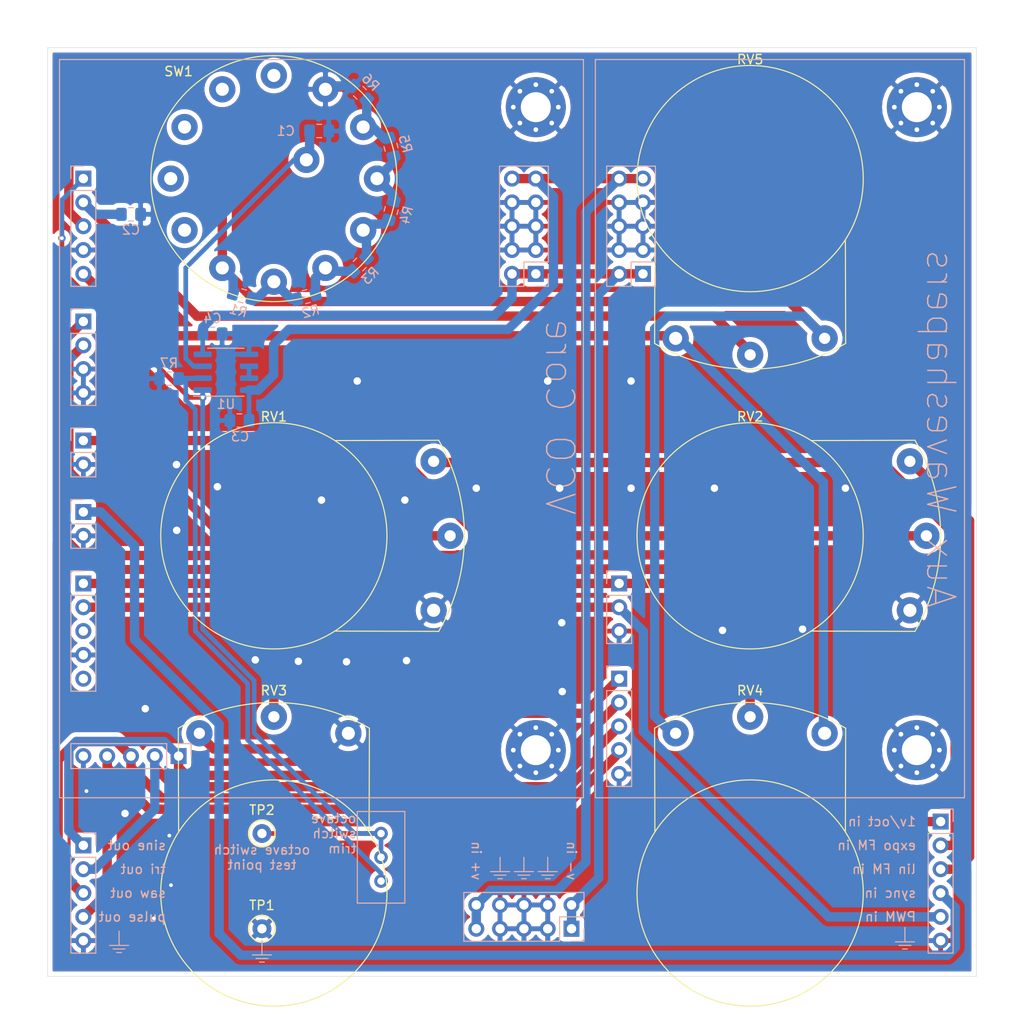
<source format=kicad_pcb>
(kicad_pcb (version 20171130) (host pcbnew 5.1.6-c6e7f7d~87~ubuntu18.04.1)
  (title_block (title "Oscillator Carrier Board") (date 2020-02-02) (rev 1) (comment 1 creativecommons.org/licenses/by/4.0/) (comment 2 "License: CC by 4.0") (comment 3 "Author: Jordan Aceto"))
  (layers (0 F.Cu signal) (31 B.Cu signal) (34 B.Paste user hide) (35 F.Paste user hide) (36 B.SilkS user) (37 F.SilkS user) (38 B.Mask user hide) (39 F.Mask user hide) (44 Edge.Cuts user))
  (net 0 "")
  (net 1 GND)
  (net 2 "Net-(J7-Pad2)")
  (net 3 /VCO_core_components/PWM_in)
  (net 4 /VCO_core_components/sync_in)
  (net 5 /VCO_core_components/lin_FM_in)
  (net 6 /VCO_core_components/expo_FM_in)
  (net 7 /VCO_core_components/1v_oct_in)
  (net 8 /aux_waveshaper_components/pulse_in)
  (net 9 /aux_waveshaper_components/saw_in)
  (net 10 /aux_waveshaper_components/tri_in)
  (net 11 /aux_waveshaper_components/sine_in)
  (net 12 "Net-(J4-Pad2)")
  (net 13 "Net-(J5-Pad1)")
  (net 14 -5V)
  (net 15 +5V)
  (net 16 /aux_waveshaper_components/man_pulse_in)
  (net 17 "Net-(C2-Pad1)")
  (net 18 "Net-(C1-Pad1)")
  (net 19 "Net-(R1-Pad1)")
  (net 20 "Net-(R2-Pad1)")
  (net 21 "Net-(R3-Pad1)")
  (net 22 "Net-(R4-Pad1)")
  (net 23 "Net-(R5-Pad1)")
  (net 24 "Net-(SW1-Pad12)")
  (net 25 "Net-(SW1-Pad11)")
  (net 26 "Net-(SW1-Pad10)")
  (net 27 "Net-(SW1-Pad9)")
  (net 28 "Net-(SW1-Pad8)")
  (net 29 "Net-(U1-Pad6)")
  (net 30 +12V)
  (net 31 -12V)
  (net 32 "Net-(J10-Pad1)")
  (net 33 "Net-(R7-Pad1)")
  (module TestPoint:TestPoint_Keystone_5000-5004_Miniature (layer F.Cu) (at 124.46 134.62)
    (fp_text reference TP2 (at 0 -2.5) (layer F.SilkS))
    (fp_text value TestPoint)
    (pad 1 thru_hole circle (at 0 0) (size 2 2) (drill 1) (layers *.Cu *.Mask) (net 32 "Net-(J10-Pad1)"))
  )
  (module TestPoint:TestPoint_Keystone_5000-5004_Miniature (layer F.Cu) (at 124.46 144.78)
    (fp_text reference TP1 (at 0 -2.5) (layer F.SilkS))
    (fp_text value TestPoint)
    (pad 1 thru_hole circle (at 0 0) (size 2 2) (drill 1) (layers *.Cu *.Mask) (net 1 GND))
  )
  (module kicad_docs:alpha_RV24AF-40 (layer F.Cu) (at 176.53 64.77)
    (fp_text reference RV5 (at 0 -12.7) (layer F.SilkS))
    (fp_text value 100k)
    (pad 1 thru_hole circle (at -7.945223 17.03859) (size 2.8 2.8) (drill 1.4) (layers *.Cu *.Mask) (net 14 -5V))
    (pad 2 thru_hole circle (at 0 18.8) (size 2.8 2.8) (drill 1.2) (layers *.Cu *.Mask) (net 17 "Net-(C2-Pad1)"))
    (pad 3 thru_hole circle (at 7.945223 17.03859) (size 2.8 2.8) (drill 1.2) (layers *.Cu *.Mask) (net 15 +5V))
  )
  (module kicad_docs:alpha_RV24AF-40 (layer F.Cu) (at 176.53 140.97 180)
    (fp_text reference RV4 (at 0 21.59) (layer F.SilkS))
    (fp_text value 100k)
    (pad 1 thru_hole circle (at -7.945223 17.03859 180) (size 2.8 2.8) (drill 1.4) (layers *.Cu *.Mask) (net 14 -5V))
    (pad 2 thru_hole circle (at 0 18.8 180) (size 2.8 2.8) (drill 1.2) (layers *.Cu *.Mask) (net 16 /aux_waveshaper_components/man_pulse_in))
    (pad 3 thru_hole circle (at 7.945223 17.03859 180) (size 2.8 2.8) (drill 1.2) (layers *.Cu *.Mask) (net 15 +5V))
  )
  (module kicad_docs:alpha_RV24AF-40 (layer F.Cu) (at 125.73 140.97 180)
    (fp_text reference RV3 (at 0 21.59) (layer F.SilkS))
    (fp_text value 100k)
    (pad 1 thru_hole circle (at -7.945223 17.03859 180) (size 2.8 2.8) (drill 1.4) (layers *.Cu *.Mask) (net 1 GND))
    (pad 2 thru_hole circle (at 0 18.8 180) (size 2.8 2.8) (drill 1.2) (layers *.Cu *.Mask) (net 2 "Net-(J7-Pad2)"))
    (pad 3 thru_hole circle (at 7.945223 17.03859 180) (size 2.8 2.8) (drill 1.2) (layers *.Cu *.Mask) (net 3 /VCO_core_components/PWM_in))
  )
  (module kicad_docs:alpha_RV24AF-40 (layer F.Cu) (at 176.53 102.87 90)
    (fp_text reference RV2 (at 12.7 0 180) (layer F.SilkS))
    (fp_text value 100k)
    (pad 1 thru_hole circle (at -7.945223 17.03859 90) (size 2.8 2.8) (drill 1.4) (layers *.Cu *.Mask) (net 1 GND))
    (pad 2 thru_hole circle (at 0 18.8 90) (size 2.8 2.8) (drill 1.2) (layers *.Cu *.Mask) (net 13 "Net-(J5-Pad1)"))
    (pad 3 thru_hole circle (at 7.945223 17.03859 90) (size 2.8 2.8) (drill 1.2) (layers *.Cu *.Mask) (net 5 /VCO_core_components/lin_FM_in))
  )
  (module kicad_docs:alpha_RV24AF-40 (layer F.Cu) (at 125.73 102.87 90)
    (fp_text reference RV1 (at 12.7 0 180) (layer F.SilkS))
    (fp_text value 100k)
    (pad 1 thru_hole circle (at -7.945223 17.03859 90) (size 2.8 2.8) (drill 1.4) (layers *.Cu *.Mask) (net 1 GND))
    (pad 2 thru_hole circle (at 0 18.8 90) (size 2.8 2.8) (drill 1.2) (layers *.Cu *.Mask) (net 12 "Net-(J4-Pad2)"))
    (pad 3 thru_hole circle (at 7.945223 17.03859 90) (size 2.8 2.8) (drill 1.2) (layers *.Cu *.Mask) (net 6 /VCO_core_components/expo_FM_in))
  )
  (module Package_SO:SOIC-8_3.9x4.9mm_P1.27mm (layer B.Cu) (at 120.6134 85.4202)
    (fp_text reference U1 (at 0 3.4) (layer B.SilkS) (effects (justify mirror)))
    (fp_text value TL072)
    (pad 8 smd roundrect (at 2.475 1.905) (size 1.95 0.6) (layers B.Cu B.Paste B.Mask) (net 30 +12V))
    (pad 7 smd roundrect (at 2.475 0.635) (size 1.95 0.6) (layers B.Cu B.Paste B.Mask) (net 29 "Net-(U1-Pad6)"))
    (pad 6 smd roundrect (at 2.475 -0.635) (size 1.95 0.6) (layers B.Cu B.Paste B.Mask) (net 29 "Net-(U1-Pad6)"))
    (pad 5 smd roundrect (at 2.475 -1.905) (size 1.95 0.6) (layers B.Cu B.Paste B.Mask) (net 1 GND))
    (pad 4 smd roundrect (at -2.475 -1.905) (size 1.95 0.6) (layers B.Cu B.Paste B.Mask) (net 31 -12V))
    (pad 3 smd roundrect (at -2.475 -0.635) (size 1.95 0.6) (layers B.Cu B.Paste B.Mask) (net 18 "Net-(C1-Pad1)"))
    (pad 2 smd roundrect (at -2.475 0.635) (size 1.95 0.6) (layers B.Cu B.Paste B.Mask) (net 33 "Net-(R7-Pad1)"))
    (pad 1 smd roundrect (at -2.475 1.905) (size 1.95 0.6) (layers B.Cu B.Paste B.Mask) (net 32 "Net-(J10-Pad1)"))
  )
  (module Capacitor_SMD:C_0805_2012Metric_Pad1.15x1.40mm_HandSolder (layer B.Cu) (at 119.1858 81.3308 180)
    (fp_text reference C4 (at 0 1.65) (layer B.SilkS) (effects (justify mirror)))
    (fp_text value 100nF)
    (pad 2 smd roundrect (at 1.025 0 180) (size 1.15 1.4) (layers B.Cu B.Paste B.Mask) (roundrect_rratio 0.217391) (net 31 -12V))
    (pad 1 smd roundrect (at -1.025 0 180) (size 1.15 1.4) (layers B.Cu B.Paste B.Mask) (roundrect_rratio 0.217391) (net 1 GND))
  )
  (module Capacitor_SMD:C_0805_2012Metric_Pad1.15x1.40mm_HandSolder (layer B.Cu) (at 122.0634 90.5764 180)
    (fp_text reference C3 (at -0.0635 -1.7145) (layer B.SilkS) (effects (justify mirror)))
    (fp_text value 100nF)
    (pad 2 smd roundrect (at 1.025 0 180) (size 1.15 1.4) (layers B.Cu B.Paste B.Mask) (roundrect_rratio 0.217391) (net 1 GND))
    (pad 1 smd roundrect (at -1.025 0 180) (size 1.15 1.4) (layers B.Cu B.Paste B.Mask) (roundrect_rratio 0.217391) (net 30 +12V))
  )
  (module Connector_PinHeader_2.54mm:PinHeader_1x06_P2.54mm_Vertical (layer B.Cu) (at 196.85 133.35 180)
    (fp_text reference J1)
    (fp_text value Conn_01x06)
    (pad 6 thru_hole oval (at 0 -12.7 180) (size 1.7 1.7) (drill 1) (layers *.Cu *.Mask) (net 1 GND))
    (pad 5 thru_hole oval (at 0 -10.16 180) (size 1.7 1.7) (drill 1) (layers *.Cu *.Mask) (net 3 /VCO_core_components/PWM_in))
    (pad 4 thru_hole oval (at 0 -7.62 180) (size 1.7 1.7) (drill 1) (layers *.Cu *.Mask) (net 4 /VCO_core_components/sync_in))
    (pad 3 thru_hole oval (at 0 -5.08 180) (size 1.7 1.7) (drill 1) (layers *.Cu *.Mask) (net 5 /VCO_core_components/lin_FM_in))
    (pad 2 thru_hole oval (at 0 -2.54 180) (size 1.7 1.7) (drill 1) (layers *.Cu *.Mask) (net 6 /VCO_core_components/expo_FM_in))
    (pad 1 thru_hole rect (at 0 0 180) (size 1.7 1.7) (drill 1) (layers *.Cu *.Mask) (net 7 /VCO_core_components/1v_oct_in))
  )
  (module kicad_docs:apha_SR2612F-0112 (layer F.Cu) (at 125.73 64.77)
    (fp_text reference SW1 (at -10.16 -11.43) (layer F.SilkS))
    (fp_text value octave_switch)
    (pad 13 thru_hole oval (at 3.464102 -2) (size 2.8 2.8) (drill 1.4) (layers *.Cu *.Mask) (net 18 "Net-(C1-Pad1)"))
    (pad 12 thru_hole oval (at 0 -11) (size 2.8 2.8) (drill 1.4) (layers *.Cu *.Mask) (net 24 "Net-(SW1-Pad12)"))
    (pad 11 thru_hole oval (at -5.5 -9.526279) (size 2.8 2.8) (drill 1.4) (layers *.Cu *.Mask) (net 25 "Net-(SW1-Pad11)"))
    (pad 10 thru_hole oval (at -9.526279 -5.5) (size 2.8 2.8) (drill 1.4) (layers *.Cu *.Mask) (net 26 "Net-(SW1-Pad10)"))
    (pad 9 thru_hole oval (at -11 0) (size 2.8 2.8) (drill 1.4) (layers *.Cu *.Mask) (net 27 "Net-(SW1-Pad9)"))
    (pad 8 thru_hole oval (at -9.526279 5.5) (size 2.8 2.8) (drill 1.4) (layers *.Cu *.Mask) (net 28 "Net-(SW1-Pad8)"))
    (pad 7 thru_hole oval (at -5.5 9.526279) (size 2.8 2.8) (drill 1.4) (layers *.Cu *.Mask) (net 15 +5V))
    (pad 6 thru_hole oval (at 0 11) (size 2.8 2.8) (drill 1.4) (layers *.Cu *.Mask) (net 19 "Net-(R1-Pad1)"))
    (pad 5 thru_hole oval (at 5.499999 9.526279) (size 2.8 2.8) (drill 1.4) (layers *.Cu *.Mask) (net 20 "Net-(R2-Pad1)"))
    (pad 4 thru_hole oval (at 9.526279 5.499999) (size 2.8 2.8) (drill 1.4) (layers *.Cu *.Mask) (net 21 "Net-(R3-Pad1)"))
    (pad 3 thru_hole oval (at 11 0) (size 2.8 2.8) (drill 1.4) (layers *.Cu *.Mask) (net 22 "Net-(R4-Pad1)"))
    (pad 2 thru_hole oval (at 9.526279 -5.5) (size 2.8 2.8) (drill 1.4) (layers *.Cu *.Mask) (net 23 "Net-(R5-Pad1)"))
    (pad 1 thru_hole oval (at 5.499999 -9.526279) (size 2.8 2.8) (drill 1.4) (layers *.Cu *.Mask) (net 1 GND))
  )
  (module Resistor_SMD:R_0805_2012Metric_Pad1.15x1.40mm_HandSolder (layer B.Cu) (at 114.545 86.106 180)
    (fp_text reference R7 (at 0 1.65) (layer B.SilkS) (effects (justify mirror)))
    (fp_text value 68k)
    (pad 2 smd roundrect (at 1.025 0 180) (size 1.15 1.4) (layers B.Cu B.Paste B.Mask) (roundrect_rratio 0.217391) (net 1 GND))
    (pad 1 smd roundrect (at -1.025 0 180) (size 1.15 1.4) (layers B.Cu B.Paste B.Mask) (roundrect_rratio 0.217391) (net 33 "Net-(R7-Pad1)"))
  )
  (module Resistor_SMD:R_0805_2012Metric_Pad1.15x1.40mm_HandSolder (layer B.Cu) (at 134.911216 55.612416 315)
    (fp_text reference R6 (at 0.019211 -1.580525 315) (layer B.SilkS) (effects (justify mirror)))
    (fp_text value 1k)
    (pad 2 smd roundrect (at 1.025 0 315) (size 1.15 1.4) (layers B.Cu B.Paste B.Mask) (roundrect_rratio 0.217391) (net 23 "Net-(R5-Pad1)"))
    (pad 1 smd roundrect (at -1.025 0 315) (size 1.15 1.4) (layers B.Cu B.Paste B.Mask) (roundrect_rratio 0.217391) (net 1 GND))
  )
  (module Resistor_SMD:R_0805_2012Metric_Pad1.15x1.40mm_HandSolder (layer B.Cu) (at 138.2268 61.4172 285)
    (fp_text reference R5 (at 0.050957 -1.564107 105) (layer B.SilkS) (effects (justify mirror)))
    (fp_text value 1k)
    (pad 2 smd roundrect (at 1.025 0 285) (size 1.15 1.4) (layers B.Cu B.Paste B.Mask) (roundrect_rratio 0.217391) (net 22 "Net-(R4-Pad1)"))
    (pad 1 smd roundrect (at -1.025 0 285) (size 1.15 1.4) (layers B.Cu B.Paste B.Mask) (roundrect_rratio 0.217391) (net 23 "Net-(R5-Pad1)"))
  )
  (module Resistor_SMD:R_0805_2012Metric_Pad1.15x1.40mm_HandSolder (layer B.Cu) (at 138.23809 68.174126 255)
    (fp_text reference R4 (at 0.04126 -1.708608 75) (layer B.SilkS) (effects (justify mirror)))
    (fp_text value 1k)
    (pad 2 smd roundrect (at 1.025 0 255) (size 1.15 1.4) (layers B.Cu B.Paste B.Mask) (roundrect_rratio 0.217391) (net 21 "Net-(R3-Pad1)"))
    (pad 1 smd roundrect (at -1.025 0 255) (size 1.15 1.4) (layers B.Cu B.Paste B.Mask) (roundrect_rratio 0.217391) (net 22 "Net-(R4-Pad1)"))
  )
  (module Resistor_SMD:R_0805_2012Metric_Pad1.15x1.40mm_HandSolder (layer B.Cu) (at 134.887584 73.925816 225)
    (fp_text reference R3 (at 0.055132 -1.652367 45) (layer B.SilkS) (effects (justify mirror)))
    (fp_text value 1k)
    (pad 2 smd roundrect (at 1.025 0 225) (size 1.15 1.4) (layers B.Cu B.Paste B.Mask) (roundrect_rratio 0.217391) (net 20 "Net-(R2-Pad1)"))
    (pad 1 smd roundrect (at -1.025 0 225) (size 1.15 1.4) (layers B.Cu B.Paste B.Mask) (roundrect_rratio 0.217391) (net 21 "Net-(R3-Pad1)"))
  )
  (module Resistor_SMD:R_0805_2012Metric_Pad1.15x1.40mm_HandSolder (layer B.Cu) (at 129.183874 77.35711 195)
    (fp_text reference R2 (at -0.031619 -1.650514 15) (layer B.SilkS) (effects (justify mirror)))
    (fp_text value 1k)
    (pad 2 smd roundrect (at 1.025 0 195) (size 1.15 1.4) (layers B.Cu B.Paste B.Mask) (roundrect_rratio 0.217391) (net 19 "Net-(R1-Pad1)"))
    (pad 1 smd roundrect (at -1.025 0 195) (size 1.15 1.4) (layers B.Cu B.Paste B.Mask) (roundrect_rratio 0.217391) (net 20 "Net-(R2-Pad1)"))
  )
  (module Resistor_SMD:R_0805_2012Metric_Pad1.15x1.40mm_HandSolder (layer B.Cu) (at 122.377726 77.28091 165)
    (fp_text reference R1 (at 0.009613 -1.637587 165) (layer B.SilkS) (effects (justify mirror)))
    (fp_text value 1k)
    (pad 2 smd roundrect (at 1.025 0 165) (size 1.15 1.4) (layers B.Cu B.Paste B.Mask) (roundrect_rratio 0.217391) (net 15 +5V))
    (pad 1 smd roundrect (at -1.025 0 165) (size 1.15 1.4) (layers B.Cu B.Paste B.Mask) (roundrect_rratio 0.217391) (net 19 "Net-(R1-Pad1)"))
  )
  (module Capacitor_SMD:C_0805_2012Metric_Pad1.15x1.40mm_HandSolder (layer B.Cu) (at 110.49 68.58)
    (fp_text reference C2 (at 0 1.65) (layer B.SilkS) (effects (justify mirror)))
    (fp_text value 100nF)
    (pad 2 smd roundrect (at 1.025 0) (size 1.15 1.4) (layers B.Cu B.Paste B.Mask) (roundrect_rratio 0.217391) (net 1 GND))
    (pad 1 smd roundrect (at -1.025 0) (size 1.15 1.4) (layers B.Cu B.Paste B.Mask) (roundrect_rratio 0.217391) (net 17 "Net-(C2-Pad1)"))
  )
  (module Capacitor_SMD:C_0805_2012Metric_Pad1.15x1.40mm_HandSolder (layer B.Cu) (at 130.565 59.69)
    (fp_text reference C1 (at -3.565 0) (layer B.SilkS) (effects (justify mirror)))
    (fp_text value 100nF)
    (pad 2 smd roundrect (at 1.025 0) (size 1.15 1.4) (layers B.Cu B.Paste B.Mask) (roundrect_rratio 0.217391) (net 1 GND))
    (pad 1 smd roundrect (at -1.025 0) (size 1.15 1.4) (layers B.Cu B.Paste B.Mask) (roundrect_rratio 0.217391) (net 18 "Net-(C1-Pad1)"))
  )
  (module MountingHole:MountingHole_3.2mm_M3_Pad_Via (layer F.Cu) (at 194.31 125.73)
    (fp_text reference H4)
    (fp_text value MountingHole_Pad)
    (pad 1 thru_hole circle (at 1.697056 -1.697056) (size 0.8 0.8) (drill 0.5) (layers *.Cu *.Mask) (net 1 GND))
    (pad 1 thru_hole circle (at 0 -2.4) (size 0.8 0.8) (drill 0.5) (layers *.Cu *.Mask) (net 1 GND))
    (pad 1 thru_hole circle (at -1.697056 -1.697056) (size 0.8 0.8) (drill 0.5) (layers *.Cu *.Mask) (net 1 GND))
    (pad 1 thru_hole circle (at -2.4 0) (size 0.8 0.8) (drill 0.5) (layers *.Cu *.Mask) (net 1 GND))
    (pad 1 thru_hole circle (at -1.697056 1.697056) (size 0.8 0.8) (drill 0.5) (layers *.Cu *.Mask) (net 1 GND))
    (pad 1 thru_hole circle (at 0 2.4) (size 0.8 0.8) (drill 0.5) (layers *.Cu *.Mask) (net 1 GND))
    (pad 1 thru_hole circle (at 1.697056 1.697056) (size 0.8 0.8) (drill 0.5) (layers *.Cu *.Mask) (net 1 GND))
    (pad 1 thru_hole circle (at 2.4 0) (size 0.8 0.8) (drill 0.5) (layers *.Cu *.Mask) (net 1 GND))
    (pad 1 thru_hole circle (at 0 0) (size 6.4 6.4) (drill 3.2) (layers *.Cu *.Mask) (net 1 GND))
  )
  (module MountingHole:MountingHole_3.2mm_M3_Pad_Via (layer F.Cu) (at 194.31 57.15)
    (fp_text reference H3)
    (fp_text value MountingHole_Pad)
    (pad 1 thru_hole circle (at 1.697056 -1.697056) (size 0.8 0.8) (drill 0.5) (layers *.Cu *.Mask) (net 1 GND))
    (pad 1 thru_hole circle (at 0 -2.4) (size 0.8 0.8) (drill 0.5) (layers *.Cu *.Mask) (net 1 GND))
    (pad 1 thru_hole circle (at -1.697056 -1.697056) (size 0.8 0.8) (drill 0.5) (layers *.Cu *.Mask) (net 1 GND))
    (pad 1 thru_hole circle (at -2.4 0) (size 0.8 0.8) (drill 0.5) (layers *.Cu *.Mask) (net 1 GND))
    (pad 1 thru_hole circle (at -1.697056 1.697056) (size 0.8 0.8) (drill 0.5) (layers *.Cu *.Mask) (net 1 GND))
    (pad 1 thru_hole circle (at 0 2.4) (size 0.8 0.8) (drill 0.5) (layers *.Cu *.Mask) (net 1 GND))
    (pad 1 thru_hole circle (at 1.697056 1.697056) (size 0.8 0.8) (drill 0.5) (layers *.Cu *.Mask) (net 1 GND))
    (pad 1 thru_hole circle (at 2.4 0) (size 0.8 0.8) (drill 0.5) (layers *.Cu *.Mask) (net 1 GND))
    (pad 1 thru_hole circle (at 0 0) (size 6.4 6.4) (drill 3.2) (layers *.Cu *.Mask) (net 1 GND))
  )
  (module Connector_PinSocket_2.54mm:PinSocket_2x05_P2.54mm_Vertical (layer B.Cu) (at 165.1 74.93)
    (fp_text reference J13)
    (fp_text value power_header)
    (pad 10 thru_hole oval (at -2.54 -10.16) (size 1.7 1.7) (drill 1) (layers *.Cu *.Mask) (net 30 +12V))
    (pad 9 thru_hole oval (at 0 -10.16) (size 1.7 1.7) (drill 1) (layers *.Cu *.Mask) (net 30 +12V))
    (pad 8 thru_hole oval (at -2.54 -7.62) (size 1.7 1.7) (drill 1) (layers *.Cu *.Mask) (net 1 GND))
    (pad 7 thru_hole oval (at 0 -7.62) (size 1.7 1.7) (drill 1) (layers *.Cu *.Mask) (net 1 GND))
    (pad 6 thru_hole oval (at -2.54 -5.08) (size 1.7 1.7) (drill 1) (layers *.Cu *.Mask) (net 1 GND))
    (pad 5 thru_hole oval (at 0 -5.08) (size 1.7 1.7) (drill 1) (layers *.Cu *.Mask) (net 1 GND))
    (pad 4 thru_hole oval (at -2.54 -2.54) (size 1.7 1.7) (drill 1) (layers *.Cu *.Mask) (net 1 GND))
    (pad 3 thru_hole oval (at 0 -2.54) (size 1.7 1.7) (drill 1) (layers *.Cu *.Mask) (net 1 GND))
    (pad 2 thru_hole oval (at -2.54 0) (size 1.7 1.7) (drill 1) (layers *.Cu *.Mask) (net 31 -12V))
    (pad 1 thru_hole rect (at 0 0) (size 1.7 1.7) (drill 1) (layers *.Cu *.Mask) (net 31 -12V))
  )
  (module Connector_PinSocket_2.54mm:PinSocket_1x03_P2.54mm_Vertical (layer B.Cu) (at 162.56 107.95 180)
    (fp_text reference J12)
    (fp_text value Conn_01x03)
    (pad 3 thru_hole oval (at 0 -5.08 180) (size 1.7 1.7) (drill 1) (layers *.Cu *.Mask) (net 1 GND))
    (pad 2 thru_hole oval (at 0 -2.54 180) (size 1.7 1.7) (drill 1) (layers *.Cu *.Mask) (net 3 /VCO_core_components/PWM_in))
    (pad 1 thru_hole rect (at 0 0 180) (size 1.7 1.7) (drill 1) (layers *.Cu *.Mask) (net 16 /aux_waveshaper_components/man_pulse_in))
  )
  (module Connector_PinSocket_2.54mm:PinSocket_1x05_P2.54mm_Vertical (layer B.Cu) (at 162.56 118.11 180)
    (fp_text reference J11)
    (fp_text value Conn_01x05)
    (pad 5 thru_hole oval (at 0 -10.16 180) (size 1.7 1.7) (drill 1) (layers *.Cu *.Mask) (net 1 GND))
    (pad 4 thru_hole oval (at 0 -7.62 180) (size 1.7 1.7) (drill 1) (layers *.Cu *.Mask) (net 8 /aux_waveshaper_components/pulse_in))
    (pad 3 thru_hole oval (at 0 -5.08 180) (size 1.7 1.7) (drill 1) (layers *.Cu *.Mask) (net 9 /aux_waveshaper_components/saw_in))
    (pad 2 thru_hole oval (at 0 -2.54 180) (size 1.7 1.7) (drill 1) (layers *.Cu *.Mask) (net 10 /aux_waveshaper_components/tri_in))
    (pad 1 thru_hole rect (at 0 0 180) (size 1.7 1.7) (drill 1) (layers *.Cu *.Mask) (net 11 /aux_waveshaper_components/sine_in))
  )
  (module Connector_PinHeader_2.54mm:PinHeader_2x05_P2.54mm_Vertical (layer B.Cu) (at 157.48 144.78 90)
    (fp_text reference J3)
    (fp_text value power_header)
    (pad 10 thru_hole oval (at 2.54 -10.16 90) (size 1.7 1.7) (drill 1) (layers *.Cu *.Mask) (net 30 +12V))
    (pad 9 thru_hole oval (at 0 -10.16 90) (size 1.7 1.7) (drill 1) (layers *.Cu *.Mask) (net 30 +12V))
    (pad 8 thru_hole oval (at 2.54 -7.62 90) (size 1.7 1.7) (drill 1) (layers *.Cu *.Mask) (net 1 GND))
    (pad 7 thru_hole oval (at 0 -7.62 90) (size 1.7 1.7) (drill 1) (layers *.Cu *.Mask) (net 1 GND))
    (pad 6 thru_hole oval (at 2.54 -5.08 90) (size 1.7 1.7) (drill 1) (layers *.Cu *.Mask) (net 1 GND))
    (pad 5 thru_hole oval (at 0 -5.08 90) (size 1.7 1.7) (drill 1) (layers *.Cu *.Mask) (net 1 GND))
    (pad 4 thru_hole oval (at 2.54 -2.54 90) (size 1.7 1.7) (drill 1) (layers *.Cu *.Mask) (net 1 GND))
    (pad 3 thru_hole oval (at 0 -2.54 90) (size 1.7 1.7) (drill 1) (layers *.Cu *.Mask) (net 1 GND))
    (pad 2 thru_hole oval (at 2.54 0 90) (size 1.7 1.7) (drill 1) (layers *.Cu *.Mask) (net 31 -12V))
    (pad 1 thru_hole rect (at 0 0 90) (size 1.7 1.7) (drill 1) (layers *.Cu *.Mask) (net 31 -12V))
  )
  (module Connector_PinHeader_2.54mm:PinHeader_1x05_P2.54mm_Vertical (layer B.Cu) (at 105.41 135.89 180)
    (fp_text reference J2)
    (fp_text value Conn_01x05)
    (pad 5 thru_hole oval (at 0 -10.16 180) (size 1.7 1.7) (drill 1) (layers *.Cu *.Mask) (net 1 GND))
    (pad 4 thru_hole oval (at 0 -7.62 180) (size 1.7 1.7) (drill 1) (layers *.Cu *.Mask) (net 8 /aux_waveshaper_components/pulse_in))
    (pad 3 thru_hole oval (at 0 -5.08 180) (size 1.7 1.7) (drill 1) (layers *.Cu *.Mask) (net 9 /aux_waveshaper_components/saw_in))
    (pad 2 thru_hole oval (at 0 -2.54 180) (size 1.7 1.7) (drill 1) (layers *.Cu *.Mask) (net 10 /aux_waveshaper_components/tri_in))
    (pad 1 thru_hole rect (at 0 0 180) (size 1.7 1.7) (drill 1) (layers *.Cu *.Mask) (net 11 /aux_waveshaper_components/sine_in))
  )
  (module MountingHole:MountingHole_3.2mm_M3_Pad_Via (layer F.Cu) (at 153.67 125.73)
    (fp_text reference H2)
    (fp_text value MountingHole_Pad)
    (pad 1 thru_hole circle (at 1.697056 -1.697056) (size 0.8 0.8) (drill 0.5) (layers *.Cu *.Mask) (net 1 GND))
    (pad 1 thru_hole circle (at 0 -2.4) (size 0.8 0.8) (drill 0.5) (layers *.Cu *.Mask) (net 1 GND))
    (pad 1 thru_hole circle (at -1.697056 -1.697056) (size 0.8 0.8) (drill 0.5) (layers *.Cu *.Mask) (net 1 GND))
    (pad 1 thru_hole circle (at -2.4 0) (size 0.8 0.8) (drill 0.5) (layers *.Cu *.Mask) (net 1 GND))
    (pad 1 thru_hole circle (at -1.697056 1.697056) (size 0.8 0.8) (drill 0.5) (layers *.Cu *.Mask) (net 1 GND))
    (pad 1 thru_hole circle (at 0 2.4) (size 0.8 0.8) (drill 0.5) (layers *.Cu *.Mask) (net 1 GND))
    (pad 1 thru_hole circle (at 1.697056 1.697056) (size 0.8 0.8) (drill 0.5) (layers *.Cu *.Mask) (net 1 GND))
    (pad 1 thru_hole circle (at 2.4 0) (size 0.8 0.8) (drill 0.5) (layers *.Cu *.Mask) (net 1 GND))
    (pad 1 thru_hole circle (at 0 0) (size 6.4 6.4) (drill 3.2) (layers *.Cu *.Mask) (net 1 GND))
  )
  (module MountingHole:MountingHole_3.2mm_M3_Pad_Via (layer F.Cu) (at 153.67 57.15)
    (fp_text reference H1)
    (fp_text value MountingHole_Pad)
    (pad 1 thru_hole circle (at 1.697056 -1.697056) (size 0.8 0.8) (drill 0.5) (layers *.Cu *.Mask) (net 1 GND))
    (pad 1 thru_hole circle (at 0 -2.4) (size 0.8 0.8) (drill 0.5) (layers *.Cu *.Mask) (net 1 GND))
    (pad 1 thru_hole circle (at -1.697056 -1.697056) (size 0.8 0.8) (drill 0.5) (layers *.Cu *.Mask) (net 1 GND))
    (pad 1 thru_hole circle (at -2.4 0) (size 0.8 0.8) (drill 0.5) (layers *.Cu *.Mask) (net 1 GND))
    (pad 1 thru_hole circle (at -1.697056 1.697056) (size 0.8 0.8) (drill 0.5) (layers *.Cu *.Mask) (net 1 GND))
    (pad 1 thru_hole circle (at 0 2.4) (size 0.8 0.8) (drill 0.5) (layers *.Cu *.Mask) (net 1 GND))
    (pad 1 thru_hole circle (at 1.697056 1.697056) (size 0.8 0.8) (drill 0.5) (layers *.Cu *.Mask) (net 1 GND))
    (pad 1 thru_hole circle (at 2.4 0) (size 0.8 0.8) (drill 0.5) (layers *.Cu *.Mask) (net 1 GND))
    (pad 1 thru_hole circle (at 0 0) (size 6.4 6.4) (drill 3.2) (layers *.Cu *.Mask) (net 1 GND))
  )
  (module Potentiometer_THT:Potentiometer_Bourns_3296W_Vertical (layer B.Cu) (at 137.16 139.7 270)
    (fp_text reference RV6)
    (fp_text value 50k)
    (pad 3 thru_hole circle (at -5.08 0 270) (size 1.44 1.44) (drill 0.8) (layers *.Cu *.Mask) (net 32 "Net-(J10-Pad1)"))
    (pad 2 thru_hole circle (at -2.54 0 270) (size 1.44 1.44) (drill 0.8) (layers *.Cu *.Mask) (net 32 "Net-(J10-Pad1)"))
    (pad 1 thru_hole circle (at 0 0 270) (size 1.44 1.44) (drill 0.8) (layers *.Cu *.Mask) (net 33 "Net-(R7-Pad1)"))
  )
  (module Connector_PinSocket_2.54mm:PinSocket_1x05_P2.54mm_Vertical (layer B.Cu) (at 105.41 64.77 180)
    (fp_text reference J10)
    (fp_text value Conn_01x05)
    (pad 5 thru_hole oval (at 0 -10.16 180) (size 1.7 1.7) (drill 1) (layers *.Cu *.Mask) (net 14 -5V))
    (pad 4 thru_hole oval (at 0 -7.62 180) (size 1.7 1.7) (drill 1) (layers *.Cu *.Mask) (net 1 GND))
    (pad 3 thru_hole oval (at 0 -5.08 180) (size 1.7 1.7) (drill 1) (layers *.Cu *.Mask) (net 15 +5V))
    (pad 2 thru_hole oval (at 0 -2.54 180) (size 1.7 1.7) (drill 1) (layers *.Cu *.Mask) (net 17 "Net-(C2-Pad1)"))
    (pad 1 thru_hole rect (at 0 0 180) (size 1.7 1.7) (drill 1) (layers *.Cu *.Mask) (net 32 "Net-(J10-Pad1)"))
  )
  (module Connector_PinSocket_2.54mm:PinSocket_1x05_P2.54mm_Vertical (layer B.Cu) (at 115.57 126.365 90)
    (fp_text reference J9)
    (fp_text value to_VCO_board)
    (pad 5 thru_hole oval (at 0 -10.16 90) (size 1.7 1.7) (drill 1) (layers *.Cu *.Mask) (net 1 GND))
    (pad 4 thru_hole oval (at 0 -7.62 90) (size 1.7 1.7) (drill 1) (layers *.Cu *.Mask) (net 8 /aux_waveshaper_components/pulse_in))
    (pad 3 thru_hole oval (at 0 -5.08 90) (size 1.7 1.7) (drill 1) (layers *.Cu *.Mask) (net 9 /aux_waveshaper_components/saw_in))
    (pad 2 thru_hole oval (at 0 -2.54 90) (size 1.7 1.7) (drill 1) (layers *.Cu *.Mask) (net 10 /aux_waveshaper_components/tri_in))
    (pad 1 thru_hole rect (at 0 0 90) (size 1.7 1.7) (drill 1) (layers *.Cu *.Mask) (net 11 /aux_waveshaper_components/sine_in))
  )
  (module Connector_PinSocket_2.54mm:PinSocket_2x05_P2.54mm_Vertical (layer B.Cu) (at 153.67 74.93)
    (fp_text reference J8)
    (fp_text value power_header)
    (pad 10 thru_hole oval (at -2.54 -10.16) (size 1.7 1.7) (drill 1) (layers *.Cu *.Mask) (net 30 +12V))
    (pad 9 thru_hole oval (at 0 -10.16) (size 1.7 1.7) (drill 1) (layers *.Cu *.Mask) (net 30 +12V))
    (pad 8 thru_hole oval (at -2.54 -7.62) (size 1.7 1.7) (drill 1) (layers *.Cu *.Mask) (net 1 GND))
    (pad 7 thru_hole oval (at 0 -7.62) (size 1.7 1.7) (drill 1) (layers *.Cu *.Mask) (net 1 GND))
    (pad 6 thru_hole oval (at -2.54 -5.08) (size 1.7 1.7) (drill 1) (layers *.Cu *.Mask) (net 1 GND))
    (pad 5 thru_hole oval (at 0 -5.08) (size 1.7 1.7) (drill 1) (layers *.Cu *.Mask) (net 1 GND))
    (pad 4 thru_hole oval (at -2.54 -2.54) (size 1.7 1.7) (drill 1) (layers *.Cu *.Mask) (net 1 GND))
    (pad 3 thru_hole oval (at 0 -2.54) (size 1.7 1.7) (drill 1) (layers *.Cu *.Mask) (net 1 GND))
    (pad 2 thru_hole oval (at -2.54 0) (size 1.7 1.7) (drill 1) (layers *.Cu *.Mask) (net 31 -12V))
    (pad 1 thru_hole rect (at 0 0) (size 1.7 1.7) (drill 1) (layers *.Cu *.Mask) (net 31 -12V))
  )
  (module Connector_PinSocket_2.54mm:PinSocket_1x05_P2.54mm_Vertical (layer B.Cu) (at 105.41 107.95 180)
    (fp_text reference J7)
    (fp_text value Conn_01x05)
    (pad 5 thru_hole oval (at 0 -10.16 180) (size 1.7 1.7) (drill 1) (layers *.Cu *.Mask) (net 14 -5V))
    (pad 4 thru_hole oval (at 0 -7.62 180) (size 1.7 1.7) (drill 1) (layers *.Cu *.Mask) (net 1 GND))
    (pad 3 thru_hole oval (at 0 -5.08 180) (size 1.7 1.7) (drill 1) (layers *.Cu *.Mask) (net 15 +5V))
    (pad 2 thru_hole oval (at 0 -2.54 180) (size 1.7 1.7) (drill 1) (layers *.Cu *.Mask) (net 2 "Net-(J7-Pad2)"))
    (pad 1 thru_hole rect (at 0 0 180) (size 1.7 1.7) (drill 1) (layers *.Cu *.Mask) (net 16 /aux_waveshaper_components/man_pulse_in))
  )
  (module Connector_PinSocket_2.54mm:PinSocket_1x02_P2.54mm_Vertical (layer B.Cu) (at 105.41 100.33 180)
    (fp_text reference J6)
    (fp_text value Conn_01x02)
    (pad 2 thru_hole oval (at 0 -2.54 180) (size 1.7 1.7) (drill 1) (layers *.Cu *.Mask) (net 1 GND))
    (pad 1 thru_hole rect (at 0 0 180) (size 1.7 1.7) (drill 1) (layers *.Cu *.Mask) (net 4 /VCO_core_components/sync_in))
  )
  (module Connector_PinSocket_2.54mm:PinSocket_1x02_P2.54mm_Vertical (layer B.Cu) (at 105.41 92.71 180)
    (fp_text reference J5)
    (fp_text value Conn_01x02)
    (pad 2 thru_hole oval (at 0 -2.54 180) (size 1.7 1.7) (drill 1) (layers *.Cu *.Mask) (net 1 GND))
    (pad 1 thru_hole rect (at 0 0 180) (size 1.7 1.7) (drill 1) (layers *.Cu *.Mask) (net 13 "Net-(J5-Pad1)"))
  )
  (module Connector_PinSocket_2.54mm:PinSocket_1x04_P2.54mm_Vertical (layer B.Cu) (at 105.41 80.01 180)
    (fp_text reference J4)
    (fp_text value Conn_01x04)
    (pad 4 thru_hole oval (at 0 -7.62 180) (size 1.7 1.7) (drill 1) (layers *.Cu *.Mask) (net 1 GND))
    (pad 3 thru_hole oval (at 0 -5.08 180) (size 1.7 1.7) (drill 1) (layers *.Cu *.Mask) (net 1 GND))
    (pad 2 thru_hole oval (at 0 -2.54 180) (size 1.7 1.7) (drill 1) (layers *.Cu *.Mask) (net 12 "Net-(J4-Pad2)"))
    (pad 1 thru_hole rect (at 0 0 180) (size 1.7 1.7) (drill 1) (layers *.Cu *.Mask) (net 7 /VCO_core_components/1v_oct_in))
  )
  (gr_line (start 123.444 147.574) (end 125.476 147.574) (layer B.SilkS) (width 0.12))
  (gr_line (start 124.46 147.574) (end 124.46 146.05) (layer B.SilkS) (width 0.12))
  (gr_line (start 123.825 147.955) (end 125.095 147.955) (layer B.SilkS) (width 0.12))
  (gr_line (start 124.206 148.336) (end 124.714 148.336) (layer B.SilkS) (width 0.12))
  (gr_text "octave switch\ntest point" (at 124.46 137.16) (layer B.SilkS) (effects (font (size 1 1)) (justify mirror)))
  (gr_text "pulse out" (at 114.3 143.51) (layer B.SilkS) (effects (font (size 1 1)) (justify left mirror)))
  (gr_text "octave \nswitch \ntrim" (at 134.62 134.62) (layer B.SilkS) (effects (font (size 1 1)) (justify left mirror)))
  (gr_text "v+ in" (at 147.32 139.7 270) (layer B.SilkS) (effects (font (size 1 1)) (justify left mirror)))
  (gr_text "v- in" (at 157.48 139.7 270) (layer B.SilkS) (effects (font (size 1 1)) (justify left mirror)))
  (gr_line (start 149.225 139.065) (end 150.495 139.065) (layer B.SilkS) (width 0.12))
  (gr_line (start 149.606 139.446) (end 150.114 139.446) (layer B.SilkS) (width 0.12))
  (gr_line (start 149.86 138.684) (end 149.86 137.16) (layer B.SilkS) (width 0.12))
  (gr_line (start 148.844 138.684) (end 150.876 138.684) (layer B.SilkS) (width 0.12))
  (gr_line (start 151.765 139.065) (end 153.035 139.065) (layer B.SilkS) (width 0.12))
  (gr_line (start 152.146 139.446) (end 152.654 139.446) (layer B.SilkS) (width 0.12))
  (gr_line (start 152.4 138.684) (end 152.4 137.16) (layer B.SilkS) (width 0.12))
  (gr_line (start 151.384 138.684) (end 153.416 138.684) (layer B.SilkS) (width 0.12))
  (gr_line (start 154.305 139.065) (end 155.575 139.065) (layer B.SilkS) (width 0.12))
  (gr_line (start 154.686 139.446) (end 155.194 139.446) (layer B.SilkS) (width 0.12))
  (gr_line (start 154.94 138.684) (end 154.94 137.16) (layer B.SilkS) (width 0.12))
  (gr_line (start 153.924 138.684) (end 155.956 138.684) (layer B.SilkS) (width 0.12))
  (gr_text "PWM in" (at 194.31 143.51) (layer B.SilkS) (effects (font (size 1 1)) (justify left mirror)))
  (gr_text "sync in" (at 194.31 140.97) (layer B.SilkS) (effects (font (size 1 1)) (justify left mirror)))
  (gr_text "lin FM in" (at 194.31 138.43) (layer B.SilkS) (effects (font (size 1 1)) (justify left mirror)))
  (gr_text "expo FM in" (at 194.31 135.89) (layer B.SilkS) (effects (font (size 1 1)) (justify left mirror)))
  (gr_text "1v/oct in" (at 194.31 133.35) (layer B.SilkS) (effects (font (size 1 1)) (justify left mirror)))
  (gr_line (start 193.04 146.177) (end 193.04 144.653) (layer B.SilkS) (width 0.12))
  (gr_line (start 192.024 146.177) (end 194.056 146.177) (layer B.SilkS) (width 0.12))
  (gr_line (start 192.786 146.939) (end 193.294 146.939) (layer B.SilkS) (width 0.12))
  (gr_line (start 192.405 146.558) (end 193.675 146.558) (layer B.SilkS) (width 0.12))
  (gr_line (start 108.966 147.32) (end 109.474 147.32) (layer B.SilkS) (width 0.12))
  (gr_line (start 108.585 146.939) (end 109.855 146.939) (layer B.SilkS) (width 0.12))
  (gr_line (start 109.22 146.558) (end 109.22 145.034) (layer B.SilkS) (width 0.12))
  (gr_line (start 108.204 146.558) (end 110.236 146.558) (layer B.SilkS) (width 0.12))
  (gr_text "saw out" (at 114.3 140.97) (layer B.SilkS) (effects (font (size 1 1)) (justify left mirror)))
  (gr_text "tri out" (at 114.3 138.43) (layer B.SilkS) (effects (font (size 1 1)) (justify left mirror)))
  (gr_text "sine out" (at 114.3 135.89) (layer B.SilkS) (effects (font (size 1 1)) (justify left mirror)))
  (gr_text "Aux Waveshapers" (at 196.85 91.44 270) (layer B.SilkS) (effects (font (size 3 3)) (justify mirror)))
  (gr_text "VCO Core" (at 156.21 90.17 270) (layer B.SilkS) (effects (font (size 3 3)) (justify mirror)))
  (gr_line (start 199.39 52.07) (end 160.02 52.07) (layer B.SilkS) (width 0.12))
  (gr_line (start 199.39 130.81) (end 199.39 52.07) (layer B.SilkS) (width 0.12))
  (gr_line (start 160.02 130.81) (end 199.39 130.81) (layer B.SilkS) (width 0.12))
  (gr_line (start 160.02 52.07) (end 160.02 130.81) (layer B.SilkS) (width 0.12))
  (gr_line (start 158.75 130.81) (end 102.87 130.81) (layer B.SilkS) (width 0.12))
  (gr_line (start 158.75 128.27) (end 158.75 130.81) (layer B.SilkS) (width 0.12))
  (gr_line (start 158.75 52.07) (end 158.75 128.27) (layer B.SilkS) (width 0.12))
  (gr_line (start 102.87 52.07) (end 158.75 52.07) (layer B.SilkS) (width 0.12))
  (gr_line (start 102.87 130.81) (end 102.87 52.07) (layer B.SilkS) (width 0.12))
  (gr_line (start 200.66 50.8) (end 101.6 50.8) (layer Edge.Cuts) (width 0.05))
  (gr_line (start 200.66 149.86) (end 200.66 50.8) (layer Edge.Cuts) (width 0.05))
  (gr_line (start 101.6 149.86) (end 200.66 149.86) (layer Edge.Cuts) (width 0.05))
  (gr_line (start 101.6 50.8) (end 101.6 149.86) (layer Edge.Cuts) (width 0.05))
  (via (at 156.21 97.79) (size 1) (drill 0.8) (layers F.Cu B.Cu) (net 1))
  (via (at 163.83 97.79) (size 1) (drill 0.8) (layers F.Cu B.Cu) (net 1))
  (via (at 147.32 97.79) (size 1) (drill 0.8) (layers F.Cu B.Cu) (net 1))
  (via (at 172.72 97.79) (size 1) (drill 0.8) (layers F.Cu B.Cu) (net 1))
  (via (at 186.69 97.79) (size 1) (drill 0.8) (layers F.Cu B.Cu) (net 1))
  (via (at 139.7 99.06) (size 1) (drill 0.8) (layers F.Cu B.Cu) (net 1))
  (via (at 130.81 99.06) (size 1) (drill 0.8) (layers F.Cu B.Cu) (net 1))
  (via (at 134.62 86.36) (size 1) (drill 0.8) (layers F.Cu B.Cu) (net 1))
  (via (at 154.94 86.36) (size 1) (drill 0.8) (layers F.Cu B.Cu) (net 1))
  (via (at 163.83 86.36) (size 1) (drill 0.8) (layers F.Cu B.Cu) (net 1))
  (via (at 114.5794 134.8486) (size 0.8) (drill 0.4) (layers F.Cu B.Cu) (net 1))
  (via (at 114.7572 140.1318) (size 0.8) (drill 0.4) (layers F.Cu B.Cu) (net 1))
  (via (at 112.9284 143.6624) (size 0.8) (drill 0.4) (layers F.Cu B.Cu) (net 1))
  (via (at 123.7488 116.1034) (size 1) (drill 0.8) (layers F.Cu B.Cu) (net 1))
  (via (at 128.3462 116.2558) (size 1) (drill 0.8) (layers F.Cu B.Cu) (net 1))
  (via (at 133.477 116.3066) (size 1) (drill 0.8) (layers F.Cu B.Cu) (net 1))
  (via (at 139.8778 116.1796) (size 1) (drill 0.8) (layers F.Cu B.Cu) (net 1))
  (via (at 156.4386 112.141) (size 1) (drill 0.8) (layers F.Cu B.Cu) (net 1))
  (via (at 156.4894 119.4816) (size 1) (drill 0.8) (layers F.Cu B.Cu) (net 1))
  (via (at 173.5836 112.9538) (size 1) (drill 0.8) (layers F.Cu B.Cu) (net 1))
  (via (at 182.118 112.8268) (size 1) (drill 0.8) (layers F.Cu B.Cu) (net 1))
  (via (at 112.014 121.3104) (size 1) (drill 0.8) (layers F.Cu B.Cu) (net 1))
  (via (at 119.7102 97.6376) (size 1) (drill 0.8) (layers F.Cu B.Cu) (net 1))
  (via (at 115.3668 102.2858) (size 1) (drill 0.8) (layers F.Cu B.Cu) (net 1))
  (via (at 115.3414 95.2754) (size 1) (drill 0.8) (layers F.Cu B.Cu) (net 1))
  (via (at 105.7402 130.0988) (size 0.8) (drill 0.4) (layers F.Cu B.Cu) (net 1))
  (via (at 109.855 132.4864) (size 1) (drill 0.8) (layers F.Cu B.Cu) (net 1))
  (segment (start 131.586088 54.887632) (end 131.229999 55.243721) (width 1) (layer B.Cu) (net 1))
  (segment (start 134.186432 54.887632) (end 131.586088 54.887632) (width 1) (layer B.Cu) (net 1))
  (segment (start 121.7168 110.49) (end 105.41 110.49) (width 1) (layer F.Cu) (net 2))
  (segment (start 125.73 122.47) (end 125.73 114.5032) (width 1) (layer F.Cu) (net 2))
  (segment (start 125.73 114.5032) (end 121.7168 110.49) (width 1) (layer F.Cu) (net 2))
  (segment (start 131.7752 120.5992) (end 126.771101 125.603299) (width 1) (layer F.Cu) (net 3))
  (segment (start 119.311559 125.603299) (end 117.91156 124.2033) (width 1) (layer F.Cu) (net 3))
  (segment (start 141.7066 120.5992) (end 131.7752 120.5992) (width 1) (layer F.Cu) (net 3))
  (segment (start 126.771101 125.603299) (end 119.311559 125.603299) (width 1) (layer F.Cu) (net 3))
  (segment (start 162.56 110.49) (end 151.8158 110.49) (width 1) (layer F.Cu) (net 3))
  (segment (start 151.8158 110.49) (end 141.7066 120.5992) (width 1) (layer F.Cu) (net 3))
  (segment (start 165.144589 123.744331) (end 165.144589 113.074589) (width 1) (layer B.Cu) (net 3))
  (segment (start 165.144589 113.074589) (end 162.56 110.49) (width 1) (layer B.Cu) (net 3))
  (segment (start 196.85 143.51) (end 184.910258 143.51) (width 1) (layer B.Cu) (net 3))
  (segment (start 184.910258 143.51) (end 165.144589 123.744331) (width 1) (layer B.Cu) (net 3))
  (segment (start 107.26 100.33) (end 105.41 100.33) (width 1) (layer B.Cu) (net 4))
  (segment (start 110.871 113.919) (end 110.871 103.941) (width 1) (layer B.Cu) (net 4))
  (segment (start 118.783409 121.831409) (end 110.871 113.919) (width 1) (layer B.Cu) (net 4))
  (segment (start 110.871 103.941) (end 107.26 100.33) (width 1) (layer B.Cu) (net 4))
  (segment (start 118.792778 121.831409) (end 118.783409 121.831409) (width 1) (layer B.Cu) (net 4))
  (segment (start 119.884778 122.923409) (end 118.792778 121.831409) (width 1) (layer B.Cu) (net 4))
  (segment (start 198.400001 142.520001) (end 198.400001 146.794001) (width 1) (layer B.Cu) (net 4))
  (segment (start 196.85 140.97) (end 198.400001 142.520001) (width 1) (layer B.Cu) (net 4))
  (segment (start 122.200001 147.600001) (end 119.884778 145.284778) (width 1) (layer B.Cu) (net 4))
  (segment (start 198.400001 146.794001) (end 197.594001 147.600001) (width 1) (layer B.Cu) (net 4))
  (segment (start 197.594001 147.600001) (end 122.200001 147.600001) (width 1) (layer B.Cu) (net 4))
  (segment (start 119.884778 145.284778) (end 119.884778 122.923409) (width 1) (layer B.Cu) (net 4))
  (segment (start 193.73056 95.05156) (end 193.2967 95.05156) (width 1) (layer F.Cu) (net 5))
  (segment (start 199.93499 101.25599) (end 193.73056 95.05156) (width 1) (layer F.Cu) (net 5))
  (segment (start 199.93499 137.09761) (end 199.93499 101.25599) (width 1) (layer F.Cu) (net 5))
  (segment (start 196.85 138.43) (end 198.6026 138.43) (width 1) (layer F.Cu) (net 5))
  (segment (start 198.6026 138.43) (end 199.93499 137.09761) (width 1) (layer F.Cu) (net 5))
  (segment (start 190.65716 95.05156) (end 142.4967 95.05156) (width 1) (layer F.Cu) (net 6))
  (segment (start 198.400001 102.794401) (end 190.65716 95.05156) (width 1) (layer F.Cu) (net 6))
  (segment (start 198.400001 135.54208) (end 198.400001 102.794401) (width 1) (layer F.Cu) (net 6))
  (segment (start 196.85 135.89) (end 198.052081 135.89) (width 1) (layer F.Cu) (net 6))
  (segment (start 198.052081 135.89) (end 198.400001 135.54208) (width 1) (layer F.Cu) (net 6))
  (segment (start 102.65999 82.76001) (end 105.41 80.01) (width 1) (layer F.Cu) (net 7))
  (segment (start 105.215999 104.970001) (end 102.65999 102.413992) (width 1) (layer F.Cu) (net 7))
  (segment (start 145.238001 104.970001) (end 105.215999 104.970001) (width 1) (layer F.Cu) (net 7))
  (segment (start 102.65999 102.413992) (end 102.65999 82.76001) (width 1) (layer F.Cu) (net 7))
  (segment (start 187.4266 133.35) (end 179.8574 125.7808) (width 1) (layer F.Cu) (net 7))
  (segment (start 196.85 133.35) (end 187.4266 133.35) (width 1) (layer F.Cu) (net 7))
  (segment (start 179.8574 125.7808) (end 179.8574 108.6866) (width 1) (layer F.Cu) (net 7))
  (segment (start 145.306002 104.902) (end 145.238001 104.970001) (width 1) (layer F.Cu) (net 7))
  (segment (start 179.8574 108.6866) (end 176.0728 104.902) (width 1) (layer F.Cu) (net 7))
  (segment (start 176.0728 104.902) (end 145.306002 104.902) (width 1) (layer F.Cu) (net 7))
  (segment (start 156.536122 132.03002) (end 112.412938 132.030019) (width 1) (layer F.Cu) (net 8))
  (segment (start 162.56 126.006142) (end 156.536122 132.03002) (width 1) (layer F.Cu) (net 8))
  (segment (start 162.56 125.73) (end 162.56 126.006142) (width 1) (layer F.Cu) (net 8))
  (segment (start 105.41 143.51) (end 105.4354 143.5354) (width 1) (layer F.Cu) (net 8))
  (segment (start 107.95 140.97) (end 107.95 126.365) (width 1) (layer F.Cu) (net 8))
  (segment (start 105.41 143.51) (end 107.95 140.97) (width 1) (layer F.Cu) (net 8))
  (segment (start 107.95 127.567081) (end 107.95 126.365) (width 1) (layer F.Cu) (net 8))
  (segment (start 112.412938 132.030019) (end 107.95 127.567081) (width 1) (layer F.Cu) (net 8))
  (segment (start 160.2486 125.5014) (end 162.56 123.19) (width 1) (layer F.Cu) (net 9))
  (segment (start 160.2486 126.620472) (end 160.2486 125.5014) (width 1) (layer F.Cu) (net 9))
  (segment (start 156.039062 130.83001) (end 160.2486 126.620472) (width 1) (layer F.Cu) (net 9))
  (segment (start 113.752929 130.83001) (end 156.039062 130.83001) (width 1) (layer F.Cu) (net 9))
  (segment (start 110.49 126.365) (end 110.49 127.567081) (width 1) (layer F.Cu) (net 9))
  (segment (start 110.49 127.567081) (end 113.752929 130.83001) (width 1) (layer F.Cu) (net 9))
  (segment (start 108.939999 124.814999) (end 110.49 126.365) (width 1) (layer F.Cu) (net 9))
  (segment (start 102.7176 138.4808) (end 102.7176 126.763398) (width 1) (layer F.Cu) (net 9))
  (segment (start 102.7176 126.763398) (end 104.665999 124.814999) (width 1) (layer F.Cu) (net 9))
  (segment (start 105.41 140.97) (end 105.2068 140.97) (width 1) (layer F.Cu) (net 9))
  (segment (start 104.665999 124.814999) (end 108.939999 124.814999) (width 1) (layer F.Cu) (net 9))
  (segment (start 105.2068 140.97) (end 102.7176 138.4808) (width 1) (layer F.Cu) (net 9))
  (segment (start 113.03 132.012081) (end 113.03 126.365) (width 1) (layer B.Cu) (net 10))
  (segment (start 106.612081 138.43) (end 113.03 132.012081) (width 1) (layer B.Cu) (net 10))
  (segment (start 105.41 138.43) (end 106.612081 138.43) (width 1) (layer B.Cu) (net 10))
  (segment (start 113.03 127.567081) (end 113.03 126.365) (width 1) (layer F.Cu) (net 10))
  (segment (start 115.09292 129.630001) (end 113.03 127.567081) (width 1) (layer F.Cu) (net 10))
  (segment (start 155.542001 129.630001) (end 115.09292 129.630001) (width 1) (layer F.Cu) (net 10))
  (segment (start 162.56 120.65) (end 158.3436 124.8664) (width 1) (layer F.Cu) (net 10))
  (segment (start 158.3436 126.828402) (end 155.542001 129.630001) (width 1) (layer F.Cu) (net 10))
  (segment (start 158.3436 124.8664) (end 158.3436 126.828402) (width 1) (layer F.Cu) (net 10))
  (segment (start 114.019999 124.814999) (end 115.57 126.365) (width 1) (layer B.Cu) (net 11))
  (segment (start 104.665999 124.814999) (end 114.019999 124.814999) (width 1) (layer B.Cu) (net 11))
  (segment (start 103.859999 125.620999) (end 104.665999 124.814999) (width 1) (layer B.Cu) (net 11))
  (segment (start 105.41 135.89) (end 103.859999 134.339999) (width 1) (layer B.Cu) (net 11))
  (segment (start 103.859999 134.339999) (end 103.859999 125.620999) (width 1) (layer B.Cu) (net 11))
  (segment (start 158.87079 121.79921) (end 162.56 118.11) (width 1) (layer F.Cu) (net 11))
  (segment (start 151.828788 121.79921) (end 158.87079 121.79921) (width 1) (layer F.Cu) (net 11))
  (segment (start 145.205598 128.4224) (end 151.828788 121.79921) (width 1) (layer F.Cu) (net 11))
  (segment (start 115.57 126.365) (end 115.57 127.5842) (width 1) (layer F.Cu) (net 11))
  (segment (start 116.4082 128.4224) (end 145.205598 128.4224) (width 1) (layer F.Cu) (net 11))
  (segment (start 115.57 127.5842) (end 116.4082 128.4224) (width 1) (layer F.Cu) (net 11))
  (segment (start 103.859999 84.100001) (end 105.41 82.55) (width 1) (layer F.Cu) (net 12))
  (segment (start 103.859999 95.994001) (end 103.859999 84.100001) (width 1) (layer F.Cu) (net 12))
  (segment (start 105.681398 97.8154) (end 103.859999 95.994001) (width 1) (layer F.Cu) (net 12))
  (segment (start 115.189 97.8154) (end 105.681398 97.8154) (width 1) (layer F.Cu) (net 12))
  (segment (start 144.23 102.87) (end 120.2436 102.87) (width 1) (layer F.Cu) (net 12))
  (segment (start 120.2436 102.87) (end 115.189 97.8154) (width 1) (layer F.Cu) (net 12))
  (segment (start 137.4394 92.71) (end 105.41 92.71) (width 1) (layer F.Cu) (net 13))
  (segment (start 195.03 102.87) (end 147.5994 102.87) (width 1) (layer F.Cu) (net 13))
  (segment (start 147.5994 102.87) (end 137.4394 92.71) (width 1) (layer F.Cu) (net 13))
  (segment (start 112.0167 81.5367) (end 105.41 74.93) (width 1) (layer F.Cu) (net 14))
  (segment (start 168.71156 81.5367) (end 112.0167 81.5367) (width 1) (layer F.Cu) (net 14))
  (segment (start 184.34844 97.17358) (end 168.71156 81.5367) (width 1) (layer B.Cu) (net 14))
  (segment (start 184.34844 124.2033) (end 184.34844 97.17358) (width 1) (layer B.Cu) (net 14))
  (segment (start 123.810121 77.8764) (end 120.23 74.296279) (width 1) (layer F.Cu) (net 15))
  (segment (start 184.34844 81.5367) (end 180.68814 77.8764) (width 1) (layer F.Cu) (net 15))
  (segment (start 180.68814 77.8764) (end 123.810121 77.8764) (width 1) (layer F.Cu) (net 15))
  (segment (start 121.387652 75.453931) (end 120.23 74.296279) (width 1) (layer B.Cu) (net 15))
  (segment (start 121.387652 77.01562) (end 121.387652 75.453931) (width 1) (layer B.Cu) (net 15))
  (segment (start 168.4501 124.2033) (end 168.71156 124.2033) (width 1) (layer B.Cu) (net 15))
  (segment (start 166.3446 122.0978) (end 168.4501 124.2033) (width 1) (layer B.Cu) (net 15))
  (segment (start 167.703559 79.436699) (end 166.3446 80.795658) (width 1) (layer B.Cu) (net 15))
  (segment (start 166.3446 80.795658) (end 166.3446 122.0978) (width 1) (layer B.Cu) (net 15))
  (segment (start 184.34844 81.5367) (end 182.248439 79.436699) (width 1) (layer B.Cu) (net 15))
  (segment (start 182.248439 79.436699) (end 167.703559 79.436699) (width 1) (layer B.Cu) (net 15))
  (segment (start 120.23 66.3058) (end 120.23 74.296279) (width 1) (layer F.Cu) (net 15))
  (segment (start 115.951 62.0268) (end 120.23 66.3058) (width 1) (layer F.Cu) (net 15))
  (segment (start 105.193198 62.0268) (end 115.951 62.0268) (width 1) (layer F.Cu) (net 15))
  (segment (start 103.859999 63.359999) (end 105.193198 62.0268) (width 1) (layer F.Cu) (net 15))
  (segment (start 105.41 69.85) (end 103.859999 68.299999) (width 1) (layer F.Cu) (net 15))
  (segment (start 103.859999 68.299999) (end 103.859999 63.359999) (width 1) (layer F.Cu) (net 15))
  (segment (start 162.56 107.95) (end 105.41 107.95) (width 1) (layer F.Cu) (net 16))
  (segment (start 173.3042 107.95) (end 162.56 107.95) (width 1) (layer F.Cu) (net 16))
  (segment (start 176.53 122.47) (end 176.53 111.1758) (width 1) (layer F.Cu) (net 16))
  (segment (start 176.53 111.1758) (end 173.3042 107.95) (width 1) (layer F.Cu) (net 16))
  (segment (start 117.536699 79.436699) (end 105.41 67.31) (width 1) (layer F.Cu) (net 17))
  (segment (start 172.696699 79.436699) (end 117.536699 79.436699) (width 1) (layer F.Cu) (net 17))
  (segment (start 176.53 83.27) (end 172.696699 79.436699) (width 1) (layer F.Cu) (net 17))
  (segment (start 106.68 68.58) (end 105.41 67.31) (width 1) (layer B.Cu) (net 17))
  (segment (start 109.465 68.58) (end 106.68 68.58) (width 1) (layer B.Cu) (net 17))
  (segment (start 129.54 62.424102) (end 129.194102 62.77) (width 1) (layer B.Cu) (net 18))
  (segment (start 129.54 59.69) (end 129.54 62.424102) (width 1) (layer B.Cu) (net 18))
  (segment (start 117.1634 84.7852) (end 118.1384 84.7852) (width 0.5) (layer B.Cu) (net 18))
  (segment (start 116.332 83.9538) (end 117.1634 84.7852) (width 0.5) (layer B.Cu) (net 18))
  (segment (start 116.332 74.295) (end 116.332 83.9538) (width 0.5) (layer B.Cu) (net 18))
  (segment (start 129.194102 62.77) (end 127.857 62.77) (width 0.5) (layer B.Cu) (net 18))
  (segment (start 127.857 62.77) (end 116.332 74.295) (width 0.5) (layer B.Cu) (net 18))
  (segment (start 127.5824 77.6224) (end 125.73 75.77) (width 1) (layer B.Cu) (net 19))
  (segment (start 128.1938 77.6224) (end 127.5824 77.6224) (width 1) (layer B.Cu) (net 19))
  (segment (start 123.9538 77.5462) (end 125.73 75.77) (width 1) (layer B.Cu) (net 19))
  (segment (start 123.3678 77.5462) (end 123.9538 77.5462) (width 1) (layer B.Cu) (net 19))
  (segment (start 131.58432 74.6506) (end 131.229999 74.296279) (width 1) (layer B.Cu) (net 20))
  (segment (start 134.1628 74.6506) (end 131.58432 74.6506) (width 1) (layer B.Cu) (net 20))
  (segment (start 130.173948 75.35233) (end 131.229999 74.296279) (width 1) (layer B.Cu) (net 20))
  (segment (start 130.173948 77.09182) (end 130.173948 75.35233) (width 1) (layer B.Cu) (net 20))
  (segment (start 135.612368 70.626088) (end 135.256279 70.269999) (width 1) (layer B.Cu) (net 21))
  (segment (start 135.612368 73.201032) (end 135.612368 70.626088) (width 1) (layer B.Cu) (net 21))
  (segment (start 137.4648 69.6214) (end 135.904878 69.6214) (width 1) (layer B.Cu) (net 21))
  (segment (start 135.904878 69.6214) (end 135.256279 70.269999) (width 1) (layer B.Cu) (net 21))
  (segment (start 137.9728 69.1642) (end 137.922 69.1642) (width 1) (layer B.Cu) (net 21))
  (segment (start 137.922 69.1642) (end 137.4648 69.6214) (width 1) (layer B.Cu) (net 21))
  (segment (start 138.49209 63.00791) (end 136.73 64.77) (width 1) (layer B.Cu) (net 22))
  (segment (start 138.49209 62.407274) (end 138.49209 63.00791) (width 1) (layer B.Cu) (net 22))
  (segment (start 138.50338 66.54338) (end 136.73 64.77) (width 1) (layer B.Cu) (net 22))
  (segment (start 138.50338 67.184052) (end 138.50338 66.54338) (width 1) (layer B.Cu) (net 22))
  (segment (start 135.636 58.890279) (end 135.256279 59.27) (width 1) (layer B.Cu) (net 23))
  (segment (start 135.636 56.3372) (end 135.636 58.890279) (width 1) (layer B.Cu) (net 23))
  (segment (start 137.860436 60.5282) (end 137.96151 60.427126) (width 1) (layer B.Cu) (net 23))
  (segment (start 137.541 60.5282) (end 137.860436 60.5282) (width 1) (layer B.Cu) (net 23))
  (segment (start 135.256279 59.27) (end 136.2828 59.27) (width 1) (layer B.Cu) (net 23))
  (segment (start 136.2828 59.27) (end 137.541 60.5282) (width 1) (layer B.Cu) (net 23))
  (segment (start 123.0884 84.7852) (end 123.0884 86.0552) (width 0.5) (layer B.Cu) (net 29))
  (segment (start 147.32 142.24) (end 147.32 144.78) (width 1) (layer B.Cu) (net 30))
  (segment (start 148.870001 140.689999) (end 155.982001 140.689999) (width 1) (layer B.Cu) (net 30))
  (segment (start 147.32 142.24) (end 148.870001 140.689999) (width 1) (layer B.Cu) (net 30))
  (segment (start 155.982001 140.689999) (end 159.004 137.668) (width 1) (layer B.Cu) (net 30))
  (segment (start 159.004 68.326) (end 162.56 64.77) (width 1) (layer B.Cu) (net 30))
  (segment (start 159.004 137.668) (end 159.004 68.326) (width 1) (layer B.Cu) (net 30))
  (segment (start 123.0884 87.3252) (end 123.0884 90.5764) (width 0.5) (layer B.Cu) (net 30))
  (segment (start 155.5496 66.6496) (end 153.67 64.77) (width 1) (layer B.Cu) (net 30))
  (segment (start 124.0634 87.3252) (end 125.7046 85.684) (width 1) (layer B.Cu) (net 30))
  (segment (start 155.5496 76.0222) (end 155.5496 66.6496) (width 1) (layer B.Cu) (net 30))
  (segment (start 123.0884 87.3252) (end 124.0634 87.3252) (width 1) (layer B.Cu) (net 30))
  (segment (start 125.7046 85.684) (end 125.7046 82.4738) (width 1) (layer B.Cu) (net 30))
  (segment (start 125.7046 82.4738) (end 127.3302 80.8482) (width 1) (layer B.Cu) (net 30))
  (segment (start 127.3302 80.8482) (end 150.7236 80.8482) (width 1) (layer B.Cu) (net 30))
  (segment (start 150.7236 80.8482) (end 155.5496 76.0222) (width 1) (layer B.Cu) (net 30))
  (segment (start 151.13 64.77) (end 153.67 64.77) (width 1) (layer F.Cu) (net 30))
  (segment (start 153.67 64.77) (end 162.56 64.77) (width 1) (layer F.Cu) (net 30))
  (segment (start 162.56 64.77) (end 165.1 64.77) (width 1) (layer F.Cu) (net 30))
  (segment (start 157.48 144.78) (end 157.48 142.24) (width 1) (layer B.Cu) (net 31))
  (segment (start 160.3756 77.1144) (end 162.56 74.93) (width 1) (layer B.Cu) (net 31))
  (segment (start 157.48 142.24) (end 160.3756 139.3444) (width 1) (layer B.Cu) (net 31))
  (segment (start 160.3756 139.3444) (end 160.3756 77.1144) (width 1) (layer B.Cu) (net 31))
  (segment (start 118.1384 81.3532) (end 118.1608 81.3308) (width 0.5) (layer B.Cu) (net 31))
  (segment (start 118.1384 83.5152) (end 118.1384 81.3532) (width 0.5) (layer B.Cu) (net 31))
  (segment (start 119.442 79.3496) (end 149.2758 79.3496) (width 1) (layer B.Cu) (net 31))
  (segment (start 118.1608 81.3308) (end 118.1608 80.6308) (width 1) (layer B.Cu) (net 31))
  (segment (start 118.1608 80.6308) (end 119.442 79.3496) (width 1) (layer B.Cu) (net 31))
  (segment (start 151.13 77.4954) (end 151.13 74.93) (width 1) (layer B.Cu) (net 31))
  (segment (start 149.2758 79.3496) (end 151.13 77.4954) (width 1) (layer B.Cu) (net 31))
  (segment (start 151.13 74.93) (end 153.67 74.93) (width 1) (layer F.Cu) (net 31))
  (segment (start 153.67 74.93) (end 162.56 74.93) (width 1) (layer F.Cu) (net 31))
  (segment (start 162.56 74.93) (end 165.1 74.93) (width 1) (layer F.Cu) (net 31))
  (segment (start 137.16 134.62) (end 137.16 137.16) (width 0.5) (layer B.Cu) (net 32))
  (segment (start 118.1384 87.3252) (end 118.1384 88.1096) (width 0.5) (layer B.Cu) (net 32))
  (via (at 118.1384 88.1096) (size 0.8) (drill 0.4) (layers F.Cu B.Cu) (net 32))
  (via (at 103.124 71.12) (size 0.8) (drill 0.4) (layers F.Cu B.Cu) (net 32))
  (segment (start 103.124 74.568002) (end 103.124 71.12) (width 0.5) (layer F.Cu) (net 32))
  (segment (start 118.1384 88.1096) (end 116.665598 88.1096) (width 0.5) (layer F.Cu) (net 32))
  (segment (start 116.665598 88.1096) (end 103.124 74.568002) (width 0.5) (layer F.Cu) (net 32))
  (segment (start 103.124 67.056) (end 105.41 64.77) (width 0.5) (layer B.Cu) (net 32))
  (segment (start 103.124 71.12) (end 103.124 67.056) (width 0.5) (layer B.Cu) (net 32))
  (segment (start 123.636011 123.916046) (end 134.339965 134.62) (width 0.5) (layer B.Cu) (net 32))
  (segment (start 123.636011 118.328046) (end 123.636011 123.916046) (width 0.5) (layer B.Cu) (net 32))
  (segment (start 136.141767 134.62) (end 137.16 134.62) (width 0.5) (layer B.Cu) (net 32))
  (segment (start 118.1384 112.830435) (end 123.636011 118.328046) (width 0.5) (layer B.Cu) (net 32))
  (segment (start 118.1384 88.1096) (end 118.1384 112.830435) (width 0.5) (layer B.Cu) (net 32))
  (segment (start 134.339965 134.62) (end 136.141767 134.62) (width 0.5) (layer B.Cu) (net 32))
  (segment (start 124.46 134.62) (end 137.16 134.62) (width 0.5) (layer F.Cu) (net 32))
  (segment (start 118.0876 86.106) (end 118.1384 86.0552) (width 0.5) (layer B.Cu) (net 33))
  (segment (start 115.57 86.106) (end 118.0876 86.106) (width 0.5) (layer B.Cu) (net 33))
  (segment (start 116.1288 86.0552) (end 118.1384 86.0552) (width 0.5) (layer B.Cu) (net 33))
  (segment (start 116.078 86.106) (end 116.1288 86.0552) (width 0.5) (layer B.Cu) (net 33))
  (segment (start 116.332 86.36) (end 116.078 86.106) (width 0.5) (layer B.Cu) (net 33))
  (segment (start 116.332 88.392) (end 116.332 86.36) (width 0.5) (layer B.Cu) (net 33))
  (segment (start 117.348 89.408) (end 116.332 88.392) (width 0.5) (layer B.Cu) (net 33))
  (segment (start 117.348 113.03) (end 117.348 89.408) (width 0.5) (layer B.Cu) (net 33))
  (segment (start 137.16 138.855113) (end 122.936 124.631113) (width 0.5) (layer B.Cu) (net 33))
  (segment (start 122.936 118.618) (end 117.348 113.03) (width 0.5) (layer B.Cu) (net 33))
  (segment (start 137.16 139.7) (end 137.16 138.855113) (width 0.5) (layer B.Cu) (net 33))
  (segment (start 122.936 124.631113) (end 122.936 118.618) (width 0.5) (layer B.Cu) (net 33))
  (zone (net 1) (net_name GND) (layer F.Cu) (connect_pads (clearance 0.508)) (min_thickness 0.254) (fill yes (arc_segments 32) (thermal_gap 0.508) (thermal_bridge_width 0.508))
    (polygon (pts (xy 203.2 152.4) (xy 99.06 152.4) (xy 99.06 48.26) (xy 203.2 48.26)))
  )
  (zone (net 1) (net_name GND) (layer B.Cu) (connect_pads (clearance 0.508)) (min_thickness 0.254) (fill yes (arc_segments 32) (thermal_gap 0.508) (thermal_bridge_width 0.508))
    (polygon (pts (xy 205.74 154.94) (xy 96.52 154.94) (xy 96.52 45.72) (xy 205.74 45.72)))
  )
)
</source>
